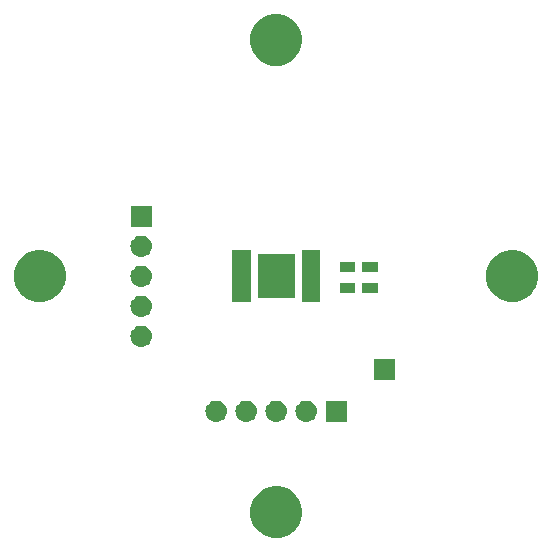
<source format=gbr>
G04 #@! TF.GenerationSoftware,KiCad,Pcbnew,(5.1.4)-1*
G04 #@! TF.CreationDate,2020-03-07T09:14:15+01:00*
G04 #@! TF.ProjectId,Encoder,456e636f-6465-4722-9e6b-696361645f70,rev?*
G04 #@! TF.SameCoordinates,Original*
G04 #@! TF.FileFunction,Soldermask,Top*
G04 #@! TF.FilePolarity,Negative*
%FSLAX46Y46*%
G04 Gerber Fmt 4.6, Leading zero omitted, Abs format (unit mm)*
G04 Created by KiCad (PCBNEW (5.1.4)-1) date 2020-03-07 09:14:15*
%MOMM*%
%LPD*%
G04 APERTURE LIST*
%ADD10C,0.100000*%
G04 APERTURE END LIST*
D10*
G36*
X160667008Y-97883582D02*
G01*
X161067564Y-98049498D01*
X161067566Y-98049499D01*
X161428057Y-98290371D01*
X161734630Y-98596944D01*
X161975502Y-98957435D01*
X161975503Y-98957437D01*
X162141419Y-99357993D01*
X162226001Y-99783219D01*
X162226001Y-100216781D01*
X162141419Y-100642007D01*
X161975503Y-101042563D01*
X161975502Y-101042565D01*
X161734630Y-101403056D01*
X161428057Y-101709629D01*
X161067566Y-101950501D01*
X161067565Y-101950502D01*
X161067564Y-101950502D01*
X160667008Y-102116418D01*
X160241782Y-102201000D01*
X159808220Y-102201000D01*
X159382994Y-102116418D01*
X158982438Y-101950502D01*
X158982437Y-101950502D01*
X158982436Y-101950501D01*
X158621945Y-101709629D01*
X158315372Y-101403056D01*
X158074500Y-101042565D01*
X158074499Y-101042563D01*
X157908583Y-100642007D01*
X157824001Y-100216781D01*
X157824001Y-99783219D01*
X157908583Y-99357993D01*
X158074499Y-98957437D01*
X158074500Y-98957435D01*
X158315372Y-98596944D01*
X158621945Y-98290371D01*
X158982436Y-98049499D01*
X158982438Y-98049498D01*
X159382994Y-97883582D01*
X159808220Y-97799000D01*
X160241782Y-97799000D01*
X160667008Y-97883582D01*
X160667008Y-97883582D01*
G37*
G36*
X155050443Y-90545519D02*
G01*
X155116627Y-90552037D01*
X155286466Y-90603557D01*
X155442991Y-90687222D01*
X155478729Y-90716552D01*
X155580186Y-90799814D01*
X155663448Y-90901271D01*
X155692778Y-90937009D01*
X155776443Y-91093534D01*
X155827963Y-91263373D01*
X155845359Y-91440000D01*
X155827963Y-91616627D01*
X155776443Y-91786466D01*
X155692778Y-91942991D01*
X155663448Y-91978729D01*
X155580186Y-92080186D01*
X155478729Y-92163448D01*
X155442991Y-92192778D01*
X155286466Y-92276443D01*
X155116627Y-92327963D01*
X155050443Y-92334481D01*
X154984260Y-92341000D01*
X154895740Y-92341000D01*
X154829557Y-92334481D01*
X154763373Y-92327963D01*
X154593534Y-92276443D01*
X154437009Y-92192778D01*
X154401271Y-92163448D01*
X154299814Y-92080186D01*
X154216552Y-91978729D01*
X154187222Y-91942991D01*
X154103557Y-91786466D01*
X154052037Y-91616627D01*
X154034641Y-91440000D01*
X154052037Y-91263373D01*
X154103557Y-91093534D01*
X154187222Y-90937009D01*
X154216552Y-90901271D01*
X154299814Y-90799814D01*
X154401271Y-90716552D01*
X154437009Y-90687222D01*
X154593534Y-90603557D01*
X154763373Y-90552037D01*
X154829558Y-90545518D01*
X154895740Y-90539000D01*
X154984260Y-90539000D01*
X155050443Y-90545519D01*
X155050443Y-90545519D01*
G37*
G36*
X157590443Y-90545519D02*
G01*
X157656627Y-90552037D01*
X157826466Y-90603557D01*
X157982991Y-90687222D01*
X158018729Y-90716552D01*
X158120186Y-90799814D01*
X158203448Y-90901271D01*
X158232778Y-90937009D01*
X158316443Y-91093534D01*
X158367963Y-91263373D01*
X158385359Y-91440000D01*
X158367963Y-91616627D01*
X158316443Y-91786466D01*
X158232778Y-91942991D01*
X158203448Y-91978729D01*
X158120186Y-92080186D01*
X158018729Y-92163448D01*
X157982991Y-92192778D01*
X157826466Y-92276443D01*
X157656627Y-92327963D01*
X157590443Y-92334481D01*
X157524260Y-92341000D01*
X157435740Y-92341000D01*
X157369557Y-92334481D01*
X157303373Y-92327963D01*
X157133534Y-92276443D01*
X156977009Y-92192778D01*
X156941271Y-92163448D01*
X156839814Y-92080186D01*
X156756552Y-91978729D01*
X156727222Y-91942991D01*
X156643557Y-91786466D01*
X156592037Y-91616627D01*
X156574641Y-91440000D01*
X156592037Y-91263373D01*
X156643557Y-91093534D01*
X156727222Y-90937009D01*
X156756552Y-90901271D01*
X156839814Y-90799814D01*
X156941271Y-90716552D01*
X156977009Y-90687222D01*
X157133534Y-90603557D01*
X157303373Y-90552037D01*
X157369558Y-90545518D01*
X157435740Y-90539000D01*
X157524260Y-90539000D01*
X157590443Y-90545519D01*
X157590443Y-90545519D01*
G37*
G36*
X160130443Y-90545519D02*
G01*
X160196627Y-90552037D01*
X160366466Y-90603557D01*
X160522991Y-90687222D01*
X160558729Y-90716552D01*
X160660186Y-90799814D01*
X160743448Y-90901271D01*
X160772778Y-90937009D01*
X160856443Y-91093534D01*
X160907963Y-91263373D01*
X160925359Y-91440000D01*
X160907963Y-91616627D01*
X160856443Y-91786466D01*
X160772778Y-91942991D01*
X160743448Y-91978729D01*
X160660186Y-92080186D01*
X160558729Y-92163448D01*
X160522991Y-92192778D01*
X160366466Y-92276443D01*
X160196627Y-92327963D01*
X160130443Y-92334481D01*
X160064260Y-92341000D01*
X159975740Y-92341000D01*
X159909557Y-92334481D01*
X159843373Y-92327963D01*
X159673534Y-92276443D01*
X159517009Y-92192778D01*
X159481271Y-92163448D01*
X159379814Y-92080186D01*
X159296552Y-91978729D01*
X159267222Y-91942991D01*
X159183557Y-91786466D01*
X159132037Y-91616627D01*
X159114641Y-91440000D01*
X159132037Y-91263373D01*
X159183557Y-91093534D01*
X159267222Y-90937009D01*
X159296552Y-90901271D01*
X159379814Y-90799814D01*
X159481271Y-90716552D01*
X159517009Y-90687222D01*
X159673534Y-90603557D01*
X159843373Y-90552037D01*
X159909558Y-90545518D01*
X159975740Y-90539000D01*
X160064260Y-90539000D01*
X160130443Y-90545519D01*
X160130443Y-90545519D01*
G37*
G36*
X162670443Y-90545519D02*
G01*
X162736627Y-90552037D01*
X162906466Y-90603557D01*
X163062991Y-90687222D01*
X163098729Y-90716552D01*
X163200186Y-90799814D01*
X163283448Y-90901271D01*
X163312778Y-90937009D01*
X163396443Y-91093534D01*
X163447963Y-91263373D01*
X163465359Y-91440000D01*
X163447963Y-91616627D01*
X163396443Y-91786466D01*
X163312778Y-91942991D01*
X163283448Y-91978729D01*
X163200186Y-92080186D01*
X163098729Y-92163448D01*
X163062991Y-92192778D01*
X162906466Y-92276443D01*
X162736627Y-92327963D01*
X162670443Y-92334481D01*
X162604260Y-92341000D01*
X162515740Y-92341000D01*
X162449557Y-92334481D01*
X162383373Y-92327963D01*
X162213534Y-92276443D01*
X162057009Y-92192778D01*
X162021271Y-92163448D01*
X161919814Y-92080186D01*
X161836552Y-91978729D01*
X161807222Y-91942991D01*
X161723557Y-91786466D01*
X161672037Y-91616627D01*
X161654641Y-91440000D01*
X161672037Y-91263373D01*
X161723557Y-91093534D01*
X161807222Y-90937009D01*
X161836552Y-90901271D01*
X161919814Y-90799814D01*
X162021271Y-90716552D01*
X162057009Y-90687222D01*
X162213534Y-90603557D01*
X162383373Y-90552037D01*
X162449558Y-90545518D01*
X162515740Y-90539000D01*
X162604260Y-90539000D01*
X162670443Y-90545519D01*
X162670443Y-90545519D01*
G37*
G36*
X166001000Y-92341000D02*
G01*
X164199000Y-92341000D01*
X164199000Y-90539000D01*
X166001000Y-90539000D01*
X166001000Y-92341000D01*
X166001000Y-92341000D01*
G37*
G36*
X170065000Y-88785000D02*
G01*
X168263000Y-88785000D01*
X168263000Y-86983000D01*
X170065000Y-86983000D01*
X170065000Y-88785000D01*
X170065000Y-88785000D01*
G37*
G36*
X148700442Y-84195518D02*
G01*
X148766627Y-84202037D01*
X148936466Y-84253557D01*
X149092991Y-84337222D01*
X149128729Y-84366552D01*
X149230186Y-84449814D01*
X149313448Y-84551271D01*
X149342778Y-84587009D01*
X149426443Y-84743534D01*
X149477963Y-84913373D01*
X149495359Y-85090000D01*
X149477963Y-85266627D01*
X149426443Y-85436466D01*
X149342778Y-85592991D01*
X149313448Y-85628729D01*
X149230186Y-85730186D01*
X149128729Y-85813448D01*
X149092991Y-85842778D01*
X148936466Y-85926443D01*
X148766627Y-85977963D01*
X148700442Y-85984482D01*
X148634260Y-85991000D01*
X148545740Y-85991000D01*
X148479558Y-85984482D01*
X148413373Y-85977963D01*
X148243534Y-85926443D01*
X148087009Y-85842778D01*
X148051271Y-85813448D01*
X147949814Y-85730186D01*
X147866552Y-85628729D01*
X147837222Y-85592991D01*
X147753557Y-85436466D01*
X147702037Y-85266627D01*
X147684641Y-85090000D01*
X147702037Y-84913373D01*
X147753557Y-84743534D01*
X147837222Y-84587009D01*
X147866552Y-84551271D01*
X147949814Y-84449814D01*
X148051271Y-84366552D01*
X148087009Y-84337222D01*
X148243534Y-84253557D01*
X148413373Y-84202037D01*
X148479558Y-84195518D01*
X148545740Y-84189000D01*
X148634260Y-84189000D01*
X148700442Y-84195518D01*
X148700442Y-84195518D01*
G37*
G36*
X148700443Y-81655519D02*
G01*
X148766627Y-81662037D01*
X148936466Y-81713557D01*
X149092991Y-81797222D01*
X149128729Y-81826552D01*
X149230186Y-81909814D01*
X149313448Y-82011271D01*
X149342778Y-82047009D01*
X149426443Y-82203534D01*
X149477963Y-82373373D01*
X149495359Y-82550000D01*
X149477963Y-82726627D01*
X149426443Y-82896466D01*
X149342778Y-83052991D01*
X149313448Y-83088729D01*
X149230186Y-83190186D01*
X149128729Y-83273448D01*
X149092991Y-83302778D01*
X148936466Y-83386443D01*
X148766627Y-83437963D01*
X148700443Y-83444481D01*
X148634260Y-83451000D01*
X148545740Y-83451000D01*
X148479557Y-83444481D01*
X148413373Y-83437963D01*
X148243534Y-83386443D01*
X148087009Y-83302778D01*
X148051271Y-83273448D01*
X147949814Y-83190186D01*
X147866552Y-83088729D01*
X147837222Y-83052991D01*
X147753557Y-82896466D01*
X147702037Y-82726627D01*
X147684641Y-82550000D01*
X147702037Y-82373373D01*
X147753557Y-82203534D01*
X147837222Y-82047009D01*
X147866552Y-82011271D01*
X147949814Y-81909814D01*
X148051271Y-81826552D01*
X148087009Y-81797222D01*
X148243534Y-81713557D01*
X148413373Y-81662037D01*
X148479557Y-81655519D01*
X148545740Y-81649000D01*
X148634260Y-81649000D01*
X148700443Y-81655519D01*
X148700443Y-81655519D01*
G37*
G36*
X163746000Y-82236000D02*
G01*
X162194000Y-82236000D01*
X162194000Y-77784000D01*
X163746000Y-77784000D01*
X163746000Y-82236000D01*
X163746000Y-82236000D01*
G37*
G36*
X157846000Y-82236000D02*
G01*
X156294000Y-82236000D01*
X156294000Y-77784000D01*
X157846000Y-77784000D01*
X157846000Y-82236000D01*
X157846000Y-82236000D01*
G37*
G36*
X140642007Y-77883582D02*
G01*
X141042563Y-78049498D01*
X141042565Y-78049499D01*
X141403056Y-78290371D01*
X141709629Y-78596944D01*
X141860006Y-78822000D01*
X141950502Y-78957437D01*
X142116418Y-79357993D01*
X142201000Y-79783219D01*
X142201000Y-80216781D01*
X142116418Y-80642007D01*
X142010397Y-80897963D01*
X141950501Y-81042565D01*
X141709629Y-81403056D01*
X141403056Y-81709629D01*
X141042565Y-81950501D01*
X141042564Y-81950502D01*
X141042563Y-81950502D01*
X140642007Y-82116418D01*
X140216781Y-82201000D01*
X139783219Y-82201000D01*
X139357993Y-82116418D01*
X138957437Y-81950502D01*
X138957436Y-81950502D01*
X138957435Y-81950501D01*
X138596944Y-81709629D01*
X138290371Y-81403056D01*
X138049499Y-81042565D01*
X137989603Y-80897963D01*
X137883582Y-80642007D01*
X137799000Y-80216781D01*
X137799000Y-79783219D01*
X137883582Y-79357993D01*
X138049498Y-78957437D01*
X138139994Y-78822000D01*
X138290371Y-78596944D01*
X138596944Y-78290371D01*
X138957435Y-78049499D01*
X138957437Y-78049498D01*
X139357993Y-77883582D01*
X139783219Y-77799000D01*
X140216781Y-77799000D01*
X140642007Y-77883582D01*
X140642007Y-77883582D01*
G37*
G36*
X180642007Y-77883582D02*
G01*
X181042563Y-78049498D01*
X181042565Y-78049499D01*
X181403056Y-78290371D01*
X181709629Y-78596944D01*
X181860006Y-78822000D01*
X181950502Y-78957437D01*
X182116418Y-79357993D01*
X182201000Y-79783219D01*
X182201000Y-80216781D01*
X182116418Y-80642007D01*
X182010397Y-80897963D01*
X181950501Y-81042565D01*
X181709629Y-81403056D01*
X181403056Y-81709629D01*
X181042565Y-81950501D01*
X181042564Y-81950502D01*
X181042563Y-81950502D01*
X180642007Y-82116418D01*
X180216781Y-82201000D01*
X179783219Y-82201000D01*
X179357993Y-82116418D01*
X178957437Y-81950502D01*
X178957436Y-81950502D01*
X178957435Y-81950501D01*
X178596944Y-81709629D01*
X178290371Y-81403056D01*
X178049499Y-81042565D01*
X177989603Y-80897963D01*
X177883582Y-80642007D01*
X177799000Y-80216781D01*
X177799000Y-79783219D01*
X177883582Y-79357993D01*
X178049498Y-78957437D01*
X178139994Y-78822000D01*
X178290371Y-78596944D01*
X178596944Y-78290371D01*
X178957435Y-78049499D01*
X178957437Y-78049498D01*
X179357993Y-77883582D01*
X179783219Y-77799000D01*
X180216781Y-77799000D01*
X180642007Y-77883582D01*
X180642007Y-77883582D01*
G37*
G36*
X161571000Y-81861000D02*
G01*
X158469000Y-81861000D01*
X158469000Y-78159000D01*
X161571000Y-78159000D01*
X161571000Y-81861000D01*
X161571000Y-81861000D01*
G37*
G36*
X168601000Y-81426000D02*
G01*
X167299000Y-81426000D01*
X167299000Y-80574000D01*
X168601000Y-80574000D01*
X168601000Y-81426000D01*
X168601000Y-81426000D01*
G37*
G36*
X166701000Y-81426000D02*
G01*
X165399000Y-81426000D01*
X165399000Y-80574000D01*
X166701000Y-80574000D01*
X166701000Y-81426000D01*
X166701000Y-81426000D01*
G37*
G36*
X148700443Y-79115519D02*
G01*
X148766627Y-79122037D01*
X148936466Y-79173557D01*
X149092991Y-79257222D01*
X149128729Y-79286552D01*
X149230186Y-79369814D01*
X149313448Y-79471271D01*
X149342778Y-79507009D01*
X149426443Y-79663534D01*
X149477963Y-79833373D01*
X149495359Y-80010000D01*
X149477963Y-80186627D01*
X149426443Y-80356466D01*
X149342778Y-80512991D01*
X149313448Y-80548729D01*
X149230186Y-80650186D01*
X149128729Y-80733448D01*
X149092991Y-80762778D01*
X148936466Y-80846443D01*
X148766627Y-80897963D01*
X148700442Y-80904482D01*
X148634260Y-80911000D01*
X148545740Y-80911000D01*
X148479558Y-80904482D01*
X148413373Y-80897963D01*
X148243534Y-80846443D01*
X148087009Y-80762778D01*
X148051271Y-80733448D01*
X147949814Y-80650186D01*
X147866552Y-80548729D01*
X147837222Y-80512991D01*
X147753557Y-80356466D01*
X147702037Y-80186627D01*
X147684641Y-80010000D01*
X147702037Y-79833373D01*
X147753557Y-79663534D01*
X147837222Y-79507009D01*
X147866552Y-79471271D01*
X147949814Y-79369814D01*
X148051271Y-79286552D01*
X148087009Y-79257222D01*
X148243534Y-79173557D01*
X148413373Y-79122037D01*
X148479557Y-79115519D01*
X148545740Y-79109000D01*
X148634260Y-79109000D01*
X148700443Y-79115519D01*
X148700443Y-79115519D01*
G37*
G36*
X166701000Y-79674000D02*
G01*
X165399000Y-79674000D01*
X165399000Y-78822000D01*
X166701000Y-78822000D01*
X166701000Y-79674000D01*
X166701000Y-79674000D01*
G37*
G36*
X168601000Y-79674000D02*
G01*
X167299000Y-79674000D01*
X167299000Y-78822000D01*
X168601000Y-78822000D01*
X168601000Y-79674000D01*
X168601000Y-79674000D01*
G37*
G36*
X148700443Y-76575519D02*
G01*
X148766627Y-76582037D01*
X148936466Y-76633557D01*
X149092991Y-76717222D01*
X149128729Y-76746552D01*
X149230186Y-76829814D01*
X149313448Y-76931271D01*
X149342778Y-76967009D01*
X149426443Y-77123534D01*
X149477963Y-77293373D01*
X149495359Y-77470000D01*
X149477963Y-77646627D01*
X149426443Y-77816466D01*
X149342778Y-77972991D01*
X149313448Y-78008729D01*
X149230186Y-78110186D01*
X149128729Y-78193448D01*
X149092991Y-78222778D01*
X148936466Y-78306443D01*
X148766627Y-78357963D01*
X148700443Y-78364481D01*
X148634260Y-78371000D01*
X148545740Y-78371000D01*
X148479557Y-78364481D01*
X148413373Y-78357963D01*
X148243534Y-78306443D01*
X148087009Y-78222778D01*
X148051271Y-78193448D01*
X147949814Y-78110186D01*
X147866552Y-78008729D01*
X147837222Y-77972991D01*
X147753557Y-77816466D01*
X147702037Y-77646627D01*
X147684641Y-77470000D01*
X147702037Y-77293373D01*
X147753557Y-77123534D01*
X147837222Y-76967009D01*
X147866552Y-76931271D01*
X147949814Y-76829814D01*
X148051271Y-76746552D01*
X148087009Y-76717222D01*
X148243534Y-76633557D01*
X148413373Y-76582037D01*
X148479557Y-76575519D01*
X148545740Y-76569000D01*
X148634260Y-76569000D01*
X148700443Y-76575519D01*
X148700443Y-76575519D01*
G37*
G36*
X149491000Y-75831000D02*
G01*
X147689000Y-75831000D01*
X147689000Y-74029000D01*
X149491000Y-74029000D01*
X149491000Y-75831000D01*
X149491000Y-75831000D01*
G37*
G36*
X160642007Y-57883582D02*
G01*
X161042563Y-58049498D01*
X161042565Y-58049499D01*
X161403056Y-58290371D01*
X161709629Y-58596944D01*
X161950501Y-58957435D01*
X161950502Y-58957437D01*
X162116418Y-59357993D01*
X162201000Y-59783219D01*
X162201000Y-60216781D01*
X162116418Y-60642007D01*
X161950502Y-61042563D01*
X161950501Y-61042565D01*
X161709629Y-61403056D01*
X161403056Y-61709629D01*
X161042565Y-61950501D01*
X161042564Y-61950502D01*
X161042563Y-61950502D01*
X160642007Y-62116418D01*
X160216781Y-62201000D01*
X159783219Y-62201000D01*
X159357993Y-62116418D01*
X158957437Y-61950502D01*
X158957436Y-61950502D01*
X158957435Y-61950501D01*
X158596944Y-61709629D01*
X158290371Y-61403056D01*
X158049499Y-61042565D01*
X158049498Y-61042563D01*
X157883582Y-60642007D01*
X157799000Y-60216781D01*
X157799000Y-59783219D01*
X157883582Y-59357993D01*
X158049498Y-58957437D01*
X158049499Y-58957435D01*
X158290371Y-58596944D01*
X158596944Y-58290371D01*
X158957435Y-58049499D01*
X158957437Y-58049498D01*
X159357993Y-57883582D01*
X159783219Y-57799000D01*
X160216781Y-57799000D01*
X160642007Y-57883582D01*
X160642007Y-57883582D01*
G37*
M02*

</source>
